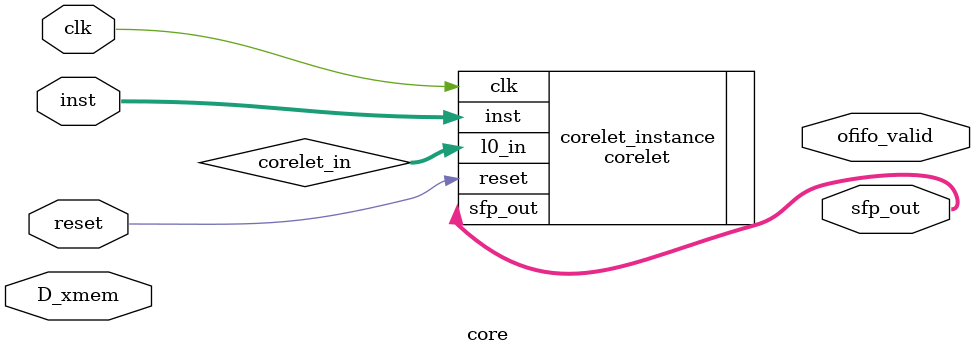
<source format=v>
module core(clk, reset, inst, D_xmem, ofifo_valid, sfp_out);

	parameter bw = 4;
	parameter psum_bw = 16;
	parameter col = 8;
	parameter row = 8;

	input clk, reset;
	input [33:0] inst;
	input [bw*row-1:0] D_xmem;

	output ofifo_valid;
	output [col*psum_bw-1:0] sfp_out;

	// TODO: read/write to SRAM

	wire [row*bw-1:0] corelet_in;

	corelet #(.bw(bw), .col(col), .row(row)) corelet_instance (
		.clk(clk),
		.reset(reset),
		.inst(inst),
		.l0_in(corelet_in),
		.sfp_out(sfp_out)
	);

endmodule	
















</source>
